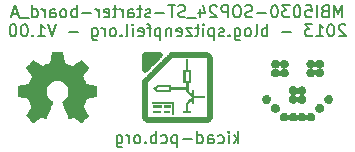
<source format=gbo>
G04 (created by PCBNEW (2013-01-27 BZR 3925)-testing) date Tue 29 Jan 2013 04:50:46 PM CET*
%MOIN*%
G04 Gerber Fmt 3.4, Leading zero omitted, Abs format*
%FSLAX34Y34*%
G01*
G70*
G90*
G04 APERTURE LIST*
%ADD10C,2.3622e-06*%
%ADD11C,0.00787402*%
%ADD12C,0.0001*%
%ADD13R,0.065X0.065*%
%ADD14C,0.065*%
%ADD15R,0.06X0.06*%
%ADD16C,0.06*%
G04 APERTURE END LIST*
G54D10*
G54D11*
X63024Y-47259D02*
X63024Y-46865D01*
X62987Y-47109D02*
X62874Y-47259D01*
X62874Y-46996D02*
X63024Y-47146D01*
X62706Y-47259D02*
X62706Y-46996D01*
X62706Y-46865D02*
X62724Y-46884D01*
X62706Y-46903D01*
X62687Y-46884D01*
X62706Y-46865D01*
X62706Y-46903D01*
X62349Y-47240D02*
X62387Y-47259D01*
X62462Y-47259D01*
X62499Y-47240D01*
X62518Y-47221D01*
X62537Y-47184D01*
X62537Y-47071D01*
X62518Y-47034D01*
X62499Y-47015D01*
X62462Y-46996D01*
X62387Y-46996D01*
X62349Y-47015D01*
X62012Y-47259D02*
X62012Y-47053D01*
X62031Y-47015D01*
X62068Y-46996D01*
X62143Y-46996D01*
X62181Y-47015D01*
X62012Y-47240D02*
X62049Y-47259D01*
X62143Y-47259D01*
X62181Y-47240D01*
X62199Y-47203D01*
X62199Y-47165D01*
X62181Y-47128D01*
X62143Y-47109D01*
X62049Y-47109D01*
X62012Y-47090D01*
X61656Y-47259D02*
X61656Y-46865D01*
X61656Y-47240D02*
X61693Y-47259D01*
X61768Y-47259D01*
X61806Y-47240D01*
X61824Y-47221D01*
X61843Y-47184D01*
X61843Y-47071D01*
X61824Y-47034D01*
X61806Y-47015D01*
X61768Y-46996D01*
X61693Y-46996D01*
X61656Y-47015D01*
X61468Y-47109D02*
X61168Y-47109D01*
X60981Y-46996D02*
X60981Y-47390D01*
X60981Y-47015D02*
X60943Y-46996D01*
X60868Y-46996D01*
X60831Y-47015D01*
X60812Y-47034D01*
X60793Y-47071D01*
X60793Y-47184D01*
X60812Y-47221D01*
X60831Y-47240D01*
X60868Y-47259D01*
X60943Y-47259D01*
X60981Y-47240D01*
X60456Y-47240D02*
X60493Y-47259D01*
X60568Y-47259D01*
X60606Y-47240D01*
X60625Y-47221D01*
X60643Y-47184D01*
X60643Y-47071D01*
X60625Y-47034D01*
X60606Y-47015D01*
X60568Y-46996D01*
X60493Y-46996D01*
X60456Y-47015D01*
X60287Y-47259D02*
X60287Y-46865D01*
X60287Y-47015D02*
X60250Y-46996D01*
X60175Y-46996D01*
X60137Y-47015D01*
X60118Y-47034D01*
X60100Y-47071D01*
X60100Y-47184D01*
X60118Y-47221D01*
X60137Y-47240D01*
X60175Y-47259D01*
X60250Y-47259D01*
X60287Y-47240D01*
X59931Y-47221D02*
X59912Y-47240D01*
X59931Y-47259D01*
X59950Y-47240D01*
X59931Y-47221D01*
X59931Y-47259D01*
X59687Y-47259D02*
X59725Y-47240D01*
X59743Y-47221D01*
X59762Y-47184D01*
X59762Y-47071D01*
X59743Y-47034D01*
X59725Y-47015D01*
X59687Y-46996D01*
X59631Y-46996D01*
X59593Y-47015D01*
X59575Y-47034D01*
X59556Y-47071D01*
X59556Y-47184D01*
X59575Y-47221D01*
X59593Y-47240D01*
X59631Y-47259D01*
X59687Y-47259D01*
X59387Y-47259D02*
X59387Y-46996D01*
X59387Y-47071D02*
X59368Y-47034D01*
X59350Y-47015D01*
X59312Y-46996D01*
X59275Y-46996D01*
X58975Y-46996D02*
X58975Y-47315D01*
X58994Y-47353D01*
X59012Y-47371D01*
X59050Y-47390D01*
X59106Y-47390D01*
X59143Y-47371D01*
X58975Y-47240D02*
X59012Y-47259D01*
X59087Y-47259D01*
X59125Y-47240D01*
X59143Y-47221D01*
X59162Y-47184D01*
X59162Y-47071D01*
X59143Y-47034D01*
X59125Y-47015D01*
X59087Y-46996D01*
X59012Y-46996D01*
X58975Y-47015D01*
X66483Y-43059D02*
X66483Y-42665D01*
X66352Y-42946D01*
X66221Y-42665D01*
X66221Y-43059D01*
X65902Y-42853D02*
X65846Y-42871D01*
X65827Y-42890D01*
X65808Y-42928D01*
X65808Y-42984D01*
X65827Y-43021D01*
X65846Y-43040D01*
X65883Y-43059D01*
X66033Y-43059D01*
X66033Y-42665D01*
X65902Y-42665D01*
X65865Y-42684D01*
X65846Y-42703D01*
X65827Y-42740D01*
X65827Y-42778D01*
X65846Y-42815D01*
X65865Y-42834D01*
X65902Y-42853D01*
X66033Y-42853D01*
X65640Y-43059D02*
X65640Y-42665D01*
X65265Y-42665D02*
X65452Y-42665D01*
X65471Y-42853D01*
X65452Y-42834D01*
X65415Y-42815D01*
X65321Y-42815D01*
X65283Y-42834D01*
X65265Y-42853D01*
X65246Y-42890D01*
X65246Y-42984D01*
X65265Y-43021D01*
X65283Y-43040D01*
X65321Y-43059D01*
X65415Y-43059D01*
X65452Y-43040D01*
X65471Y-43021D01*
X65002Y-42665D02*
X64965Y-42665D01*
X64927Y-42684D01*
X64908Y-42703D01*
X64890Y-42740D01*
X64871Y-42815D01*
X64871Y-42909D01*
X64890Y-42984D01*
X64908Y-43021D01*
X64927Y-43040D01*
X64965Y-43059D01*
X65002Y-43059D01*
X65040Y-43040D01*
X65058Y-43021D01*
X65077Y-42984D01*
X65096Y-42909D01*
X65096Y-42815D01*
X65077Y-42740D01*
X65058Y-42703D01*
X65040Y-42684D01*
X65002Y-42665D01*
X64740Y-42665D02*
X64496Y-42665D01*
X64627Y-42815D01*
X64571Y-42815D01*
X64533Y-42834D01*
X64515Y-42853D01*
X64496Y-42890D01*
X64496Y-42984D01*
X64515Y-43021D01*
X64533Y-43040D01*
X64571Y-43059D01*
X64683Y-43059D01*
X64721Y-43040D01*
X64740Y-43021D01*
X64252Y-42665D02*
X64215Y-42665D01*
X64177Y-42684D01*
X64158Y-42703D01*
X64140Y-42740D01*
X64121Y-42815D01*
X64121Y-42909D01*
X64140Y-42984D01*
X64158Y-43021D01*
X64177Y-43040D01*
X64215Y-43059D01*
X64252Y-43059D01*
X64290Y-43040D01*
X64308Y-43021D01*
X64327Y-42984D01*
X64346Y-42909D01*
X64346Y-42815D01*
X64327Y-42740D01*
X64308Y-42703D01*
X64290Y-42684D01*
X64252Y-42665D01*
X63952Y-42909D02*
X63652Y-42909D01*
X63484Y-43040D02*
X63427Y-43059D01*
X63334Y-43059D01*
X63296Y-43040D01*
X63277Y-43021D01*
X63259Y-42984D01*
X63259Y-42946D01*
X63277Y-42909D01*
X63296Y-42890D01*
X63334Y-42871D01*
X63409Y-42853D01*
X63446Y-42834D01*
X63465Y-42815D01*
X63484Y-42778D01*
X63484Y-42740D01*
X63465Y-42703D01*
X63446Y-42684D01*
X63409Y-42665D01*
X63315Y-42665D01*
X63259Y-42684D01*
X63015Y-42665D02*
X62940Y-42665D01*
X62902Y-42684D01*
X62865Y-42721D01*
X62846Y-42796D01*
X62846Y-42928D01*
X62865Y-43003D01*
X62902Y-43040D01*
X62940Y-43059D01*
X63015Y-43059D01*
X63052Y-43040D01*
X63090Y-43003D01*
X63109Y-42928D01*
X63109Y-42796D01*
X63090Y-42721D01*
X63052Y-42684D01*
X63015Y-42665D01*
X62677Y-43059D02*
X62677Y-42665D01*
X62527Y-42665D01*
X62490Y-42684D01*
X62471Y-42703D01*
X62452Y-42740D01*
X62452Y-42796D01*
X62471Y-42834D01*
X62490Y-42853D01*
X62527Y-42871D01*
X62677Y-42871D01*
X62302Y-42703D02*
X62284Y-42684D01*
X62246Y-42665D01*
X62152Y-42665D01*
X62115Y-42684D01*
X62096Y-42703D01*
X62077Y-42740D01*
X62077Y-42778D01*
X62096Y-42834D01*
X62321Y-43059D01*
X62077Y-43059D01*
X61740Y-42796D02*
X61740Y-43059D01*
X61834Y-42646D02*
X61928Y-42928D01*
X61684Y-42928D01*
X61628Y-43096D02*
X61328Y-43096D01*
X61253Y-43040D02*
X61196Y-43059D01*
X61103Y-43059D01*
X61065Y-43040D01*
X61046Y-43021D01*
X61028Y-42984D01*
X61028Y-42946D01*
X61046Y-42909D01*
X61065Y-42890D01*
X61103Y-42871D01*
X61178Y-42853D01*
X61215Y-42834D01*
X61234Y-42815D01*
X61253Y-42778D01*
X61253Y-42740D01*
X61234Y-42703D01*
X61215Y-42684D01*
X61178Y-42665D01*
X61084Y-42665D01*
X61028Y-42684D01*
X60915Y-42665D02*
X60690Y-42665D01*
X60803Y-43059D02*
X60803Y-42665D01*
X60559Y-42909D02*
X60259Y-42909D01*
X60090Y-43040D02*
X60053Y-43059D01*
X59978Y-43059D01*
X59940Y-43040D01*
X59922Y-43003D01*
X59922Y-42984D01*
X59940Y-42946D01*
X59978Y-42928D01*
X60034Y-42928D01*
X60071Y-42909D01*
X60090Y-42871D01*
X60090Y-42853D01*
X60071Y-42815D01*
X60034Y-42796D01*
X59978Y-42796D01*
X59940Y-42815D01*
X59809Y-42796D02*
X59659Y-42796D01*
X59753Y-42665D02*
X59753Y-43003D01*
X59734Y-43040D01*
X59697Y-43059D01*
X59659Y-43059D01*
X59359Y-43059D02*
X59359Y-42853D01*
X59378Y-42815D01*
X59415Y-42796D01*
X59490Y-42796D01*
X59528Y-42815D01*
X59359Y-43040D02*
X59397Y-43059D01*
X59490Y-43059D01*
X59528Y-43040D01*
X59547Y-43003D01*
X59547Y-42965D01*
X59528Y-42928D01*
X59490Y-42909D01*
X59397Y-42909D01*
X59359Y-42890D01*
X59172Y-43059D02*
X59172Y-42796D01*
X59172Y-42871D02*
X59153Y-42834D01*
X59134Y-42815D01*
X59097Y-42796D01*
X59059Y-42796D01*
X58984Y-42796D02*
X58834Y-42796D01*
X58928Y-42665D02*
X58928Y-43003D01*
X58909Y-43040D01*
X58872Y-43059D01*
X58834Y-43059D01*
X58553Y-43040D02*
X58590Y-43059D01*
X58665Y-43059D01*
X58703Y-43040D01*
X58722Y-43003D01*
X58722Y-42853D01*
X58703Y-42815D01*
X58665Y-42796D01*
X58590Y-42796D01*
X58553Y-42815D01*
X58534Y-42853D01*
X58534Y-42890D01*
X58722Y-42928D01*
X58365Y-43059D02*
X58365Y-42796D01*
X58365Y-42871D02*
X58347Y-42834D01*
X58328Y-42815D01*
X58290Y-42796D01*
X58253Y-42796D01*
X58122Y-42909D02*
X57822Y-42909D01*
X57634Y-43059D02*
X57634Y-42665D01*
X57634Y-42815D02*
X57597Y-42796D01*
X57522Y-42796D01*
X57484Y-42815D01*
X57466Y-42834D01*
X57447Y-42871D01*
X57447Y-42984D01*
X57466Y-43021D01*
X57484Y-43040D01*
X57522Y-43059D01*
X57597Y-43059D01*
X57634Y-43040D01*
X57222Y-43059D02*
X57259Y-43040D01*
X57278Y-43021D01*
X57297Y-42984D01*
X57297Y-42871D01*
X57278Y-42834D01*
X57259Y-42815D01*
X57222Y-42796D01*
X57166Y-42796D01*
X57128Y-42815D01*
X57109Y-42834D01*
X57091Y-42871D01*
X57091Y-42984D01*
X57109Y-43021D01*
X57128Y-43040D01*
X57166Y-43059D01*
X57222Y-43059D01*
X56753Y-43059D02*
X56753Y-42853D01*
X56772Y-42815D01*
X56809Y-42796D01*
X56884Y-42796D01*
X56922Y-42815D01*
X56753Y-43040D02*
X56791Y-43059D01*
X56884Y-43059D01*
X56922Y-43040D01*
X56941Y-43003D01*
X56941Y-42965D01*
X56922Y-42928D01*
X56884Y-42909D01*
X56791Y-42909D01*
X56753Y-42890D01*
X56566Y-43059D02*
X56566Y-42796D01*
X56566Y-42871D02*
X56547Y-42834D01*
X56528Y-42815D01*
X56491Y-42796D01*
X56453Y-42796D01*
X56153Y-43059D02*
X56153Y-42665D01*
X56153Y-43040D02*
X56191Y-43059D01*
X56266Y-43059D01*
X56303Y-43040D01*
X56322Y-43021D01*
X56341Y-42984D01*
X56341Y-42871D01*
X56322Y-42834D01*
X56303Y-42815D01*
X56266Y-42796D01*
X56191Y-42796D01*
X56153Y-42815D01*
X56059Y-43096D02*
X55760Y-43096D01*
X55685Y-42946D02*
X55497Y-42946D01*
X55722Y-43059D02*
X55591Y-42665D01*
X55460Y-43059D01*
X66596Y-43333D02*
X66577Y-43314D01*
X66539Y-43295D01*
X66446Y-43295D01*
X66408Y-43314D01*
X66389Y-43333D01*
X66371Y-43370D01*
X66371Y-43408D01*
X66389Y-43464D01*
X66614Y-43689D01*
X66371Y-43689D01*
X66127Y-43295D02*
X66089Y-43295D01*
X66052Y-43314D01*
X66033Y-43333D01*
X66014Y-43370D01*
X65996Y-43445D01*
X65996Y-43539D01*
X66014Y-43614D01*
X66033Y-43651D01*
X66052Y-43670D01*
X66089Y-43689D01*
X66127Y-43689D01*
X66164Y-43670D01*
X66183Y-43651D01*
X66202Y-43614D01*
X66221Y-43539D01*
X66221Y-43445D01*
X66202Y-43370D01*
X66183Y-43333D01*
X66164Y-43314D01*
X66127Y-43295D01*
X65621Y-43689D02*
X65846Y-43689D01*
X65733Y-43689D02*
X65733Y-43295D01*
X65771Y-43351D01*
X65808Y-43389D01*
X65846Y-43408D01*
X65490Y-43295D02*
X65246Y-43295D01*
X65377Y-43445D01*
X65321Y-43445D01*
X65283Y-43464D01*
X65265Y-43483D01*
X65246Y-43520D01*
X65246Y-43614D01*
X65265Y-43651D01*
X65283Y-43670D01*
X65321Y-43689D01*
X65433Y-43689D01*
X65471Y-43670D01*
X65490Y-43651D01*
X64777Y-43539D02*
X64477Y-43539D01*
X63990Y-43689D02*
X63990Y-43295D01*
X63990Y-43445D02*
X63952Y-43426D01*
X63877Y-43426D01*
X63840Y-43445D01*
X63821Y-43464D01*
X63802Y-43501D01*
X63802Y-43614D01*
X63821Y-43651D01*
X63840Y-43670D01*
X63877Y-43689D01*
X63952Y-43689D01*
X63990Y-43670D01*
X63577Y-43689D02*
X63615Y-43670D01*
X63634Y-43633D01*
X63634Y-43295D01*
X63371Y-43689D02*
X63409Y-43670D01*
X63427Y-43651D01*
X63446Y-43614D01*
X63446Y-43501D01*
X63427Y-43464D01*
X63409Y-43445D01*
X63371Y-43426D01*
X63315Y-43426D01*
X63277Y-43445D01*
X63259Y-43464D01*
X63240Y-43501D01*
X63240Y-43614D01*
X63259Y-43651D01*
X63277Y-43670D01*
X63315Y-43689D01*
X63371Y-43689D01*
X62902Y-43426D02*
X62902Y-43745D01*
X62921Y-43783D01*
X62940Y-43801D01*
X62977Y-43820D01*
X63034Y-43820D01*
X63071Y-43801D01*
X62902Y-43670D02*
X62940Y-43689D01*
X63015Y-43689D01*
X63052Y-43670D01*
X63071Y-43651D01*
X63090Y-43614D01*
X63090Y-43501D01*
X63071Y-43464D01*
X63052Y-43445D01*
X63015Y-43426D01*
X62940Y-43426D01*
X62902Y-43445D01*
X62715Y-43651D02*
X62696Y-43670D01*
X62715Y-43689D01*
X62734Y-43670D01*
X62715Y-43651D01*
X62715Y-43689D01*
X62546Y-43670D02*
X62509Y-43689D01*
X62434Y-43689D01*
X62396Y-43670D01*
X62377Y-43633D01*
X62377Y-43614D01*
X62396Y-43576D01*
X62434Y-43558D01*
X62490Y-43558D01*
X62527Y-43539D01*
X62546Y-43501D01*
X62546Y-43483D01*
X62527Y-43445D01*
X62490Y-43426D01*
X62434Y-43426D01*
X62396Y-43445D01*
X62209Y-43426D02*
X62209Y-43820D01*
X62209Y-43445D02*
X62171Y-43426D01*
X62096Y-43426D01*
X62059Y-43445D01*
X62040Y-43464D01*
X62021Y-43501D01*
X62021Y-43614D01*
X62040Y-43651D01*
X62059Y-43670D01*
X62096Y-43689D01*
X62171Y-43689D01*
X62209Y-43670D01*
X61853Y-43689D02*
X61853Y-43426D01*
X61853Y-43295D02*
X61871Y-43314D01*
X61853Y-43333D01*
X61834Y-43314D01*
X61853Y-43295D01*
X61853Y-43333D01*
X61721Y-43426D02*
X61571Y-43426D01*
X61665Y-43295D02*
X61665Y-43633D01*
X61646Y-43670D01*
X61609Y-43689D01*
X61571Y-43689D01*
X61478Y-43426D02*
X61271Y-43426D01*
X61478Y-43689D01*
X61271Y-43689D01*
X60971Y-43670D02*
X61009Y-43689D01*
X61084Y-43689D01*
X61121Y-43670D01*
X61140Y-43633D01*
X61140Y-43483D01*
X61121Y-43445D01*
X61084Y-43426D01*
X61009Y-43426D01*
X60971Y-43445D01*
X60953Y-43483D01*
X60953Y-43520D01*
X61140Y-43558D01*
X60784Y-43426D02*
X60784Y-43689D01*
X60784Y-43464D02*
X60765Y-43445D01*
X60728Y-43426D01*
X60671Y-43426D01*
X60634Y-43445D01*
X60615Y-43483D01*
X60615Y-43689D01*
X60428Y-43426D02*
X60428Y-43820D01*
X60428Y-43445D02*
X60390Y-43426D01*
X60315Y-43426D01*
X60278Y-43445D01*
X60259Y-43464D01*
X60240Y-43501D01*
X60240Y-43614D01*
X60259Y-43651D01*
X60278Y-43670D01*
X60315Y-43689D01*
X60390Y-43689D01*
X60428Y-43670D01*
X60128Y-43426D02*
X59978Y-43426D01*
X60071Y-43689D02*
X60071Y-43351D01*
X60053Y-43314D01*
X60015Y-43295D01*
X59978Y-43295D01*
X59697Y-43670D02*
X59734Y-43689D01*
X59809Y-43689D01*
X59847Y-43670D01*
X59865Y-43633D01*
X59865Y-43483D01*
X59847Y-43445D01*
X59809Y-43426D01*
X59734Y-43426D01*
X59697Y-43445D01*
X59678Y-43483D01*
X59678Y-43520D01*
X59865Y-43558D01*
X59509Y-43689D02*
X59509Y-43426D01*
X59509Y-43295D02*
X59528Y-43314D01*
X59509Y-43333D01*
X59490Y-43314D01*
X59509Y-43295D01*
X59509Y-43333D01*
X59265Y-43689D02*
X59303Y-43670D01*
X59322Y-43633D01*
X59322Y-43295D01*
X59115Y-43651D02*
X59097Y-43670D01*
X59115Y-43689D01*
X59134Y-43670D01*
X59115Y-43651D01*
X59115Y-43689D01*
X58872Y-43689D02*
X58909Y-43670D01*
X58928Y-43651D01*
X58947Y-43614D01*
X58947Y-43501D01*
X58928Y-43464D01*
X58909Y-43445D01*
X58872Y-43426D01*
X58815Y-43426D01*
X58778Y-43445D01*
X58759Y-43464D01*
X58740Y-43501D01*
X58740Y-43614D01*
X58759Y-43651D01*
X58778Y-43670D01*
X58815Y-43689D01*
X58872Y-43689D01*
X58572Y-43689D02*
X58572Y-43426D01*
X58572Y-43501D02*
X58553Y-43464D01*
X58534Y-43445D01*
X58497Y-43426D01*
X58459Y-43426D01*
X58159Y-43426D02*
X58159Y-43745D01*
X58178Y-43783D01*
X58197Y-43801D01*
X58234Y-43820D01*
X58290Y-43820D01*
X58328Y-43801D01*
X58159Y-43670D02*
X58197Y-43689D01*
X58272Y-43689D01*
X58309Y-43670D01*
X58328Y-43651D01*
X58347Y-43614D01*
X58347Y-43501D01*
X58328Y-43464D01*
X58309Y-43445D01*
X58272Y-43426D01*
X58197Y-43426D01*
X58159Y-43445D01*
X57672Y-43539D02*
X57372Y-43539D01*
X56941Y-43295D02*
X56809Y-43689D01*
X56678Y-43295D01*
X56341Y-43689D02*
X56566Y-43689D01*
X56453Y-43689D02*
X56453Y-43295D01*
X56491Y-43351D01*
X56528Y-43389D01*
X56566Y-43408D01*
X56172Y-43651D02*
X56153Y-43670D01*
X56172Y-43689D01*
X56191Y-43670D01*
X56172Y-43651D01*
X56172Y-43689D01*
X55910Y-43295D02*
X55872Y-43295D01*
X55835Y-43314D01*
X55816Y-43333D01*
X55797Y-43370D01*
X55778Y-43445D01*
X55778Y-43539D01*
X55797Y-43614D01*
X55816Y-43651D01*
X55835Y-43670D01*
X55872Y-43689D01*
X55910Y-43689D01*
X55947Y-43670D01*
X55966Y-43651D01*
X55985Y-43614D01*
X56003Y-43539D01*
X56003Y-43445D01*
X55985Y-43370D01*
X55966Y-43333D01*
X55947Y-43314D01*
X55910Y-43295D01*
X55535Y-43295D02*
X55497Y-43295D01*
X55460Y-43314D01*
X55441Y-43333D01*
X55422Y-43370D01*
X55403Y-43445D01*
X55403Y-43539D01*
X55422Y-43614D01*
X55441Y-43651D01*
X55460Y-43670D01*
X55497Y-43689D01*
X55535Y-43689D01*
X55572Y-43670D01*
X55591Y-43651D01*
X55610Y-43614D01*
X55628Y-43539D01*
X55628Y-43445D01*
X55610Y-43370D01*
X55591Y-43333D01*
X55572Y-43314D01*
X55535Y-43295D01*
G54D12*
G36*
X64554Y-46533D02*
X64524Y-46529D01*
X64497Y-46520D01*
X64485Y-46514D01*
X64460Y-46496D01*
X64440Y-46475D01*
X64425Y-46450D01*
X64415Y-46423D01*
X64410Y-46394D01*
X64411Y-46365D01*
X64418Y-46336D01*
X64431Y-46308D01*
X64440Y-46296D01*
X64452Y-46283D01*
X64466Y-46270D01*
X64478Y-46261D01*
X64482Y-46258D01*
X64508Y-46246D01*
X64534Y-46240D01*
X64564Y-46239D01*
X64574Y-46239D01*
X64590Y-46241D01*
X64604Y-46245D01*
X64620Y-46252D01*
X64637Y-46261D01*
X64661Y-46280D01*
X64680Y-46304D01*
X64695Y-46331D01*
X64699Y-46343D01*
X64703Y-46358D01*
X64705Y-46369D01*
X64705Y-46371D01*
X64705Y-46371D01*
X64706Y-46365D01*
X64706Y-46364D01*
X64711Y-46345D01*
X64718Y-46326D01*
X64727Y-46309D01*
X64743Y-46287D01*
X64766Y-46266D01*
X64792Y-46251D01*
X64821Y-46241D01*
X64852Y-46238D01*
X64860Y-46238D01*
X64883Y-46241D01*
X64906Y-46247D01*
X64910Y-46249D01*
X64935Y-46263D01*
X64957Y-46281D01*
X64976Y-46304D01*
X64989Y-46328D01*
X64997Y-46355D01*
X64998Y-46356D01*
X64999Y-46363D01*
X65000Y-46366D01*
X65000Y-46366D01*
X65001Y-46362D01*
X65003Y-46355D01*
X65003Y-46352D01*
X65012Y-46326D01*
X65026Y-46301D01*
X65045Y-46279D01*
X65063Y-46264D01*
X65088Y-46250D01*
X65117Y-46241D01*
X65148Y-46238D01*
X65170Y-46240D01*
X65199Y-46247D01*
X65226Y-46261D01*
X65250Y-46279D01*
X65269Y-46303D01*
X65272Y-46306D01*
X65278Y-46317D01*
X65283Y-46326D01*
X65285Y-46333D01*
X65290Y-46346D01*
X65293Y-46359D01*
X65294Y-46369D01*
X65294Y-46371D01*
X65295Y-46371D01*
X65296Y-46364D01*
X65299Y-46348D01*
X65307Y-46328D01*
X65315Y-46310D01*
X65333Y-46286D01*
X65356Y-46266D01*
X65382Y-46251D01*
X65411Y-46241D01*
X65441Y-46238D01*
X65469Y-46240D01*
X65498Y-46248D01*
X65524Y-46263D01*
X65548Y-46283D01*
X65560Y-46296D01*
X65571Y-46312D01*
X65580Y-46331D01*
X65585Y-46346D01*
X65590Y-46376D01*
X65589Y-46405D01*
X65583Y-46432D01*
X65571Y-46458D01*
X65555Y-46481D01*
X65535Y-46501D01*
X65511Y-46517D01*
X65484Y-46527D01*
X65454Y-46532D01*
X65451Y-46533D01*
X65421Y-46532D01*
X65393Y-46525D01*
X65366Y-46512D01*
X65356Y-46505D01*
X65337Y-46488D01*
X65319Y-46467D01*
X65307Y-46445D01*
X65304Y-46437D01*
X65300Y-46424D01*
X65297Y-46411D01*
X65295Y-46401D01*
X65295Y-46395D01*
X65294Y-46401D01*
X65294Y-46406D01*
X65291Y-46419D01*
X65287Y-46434D01*
X65282Y-46446D01*
X65275Y-46460D01*
X65257Y-46484D01*
X65234Y-46504D01*
X65208Y-46520D01*
X65179Y-46530D01*
X65174Y-46531D01*
X65154Y-46533D01*
X65132Y-46532D01*
X65113Y-46529D01*
X65093Y-46523D01*
X65066Y-46509D01*
X65041Y-46489D01*
X65040Y-46487D01*
X65023Y-46466D01*
X65010Y-46441D01*
X65003Y-46416D01*
X65002Y-46415D01*
X65001Y-46408D01*
X65000Y-46405D01*
X64999Y-46407D01*
X64998Y-46413D01*
X64998Y-46415D01*
X64994Y-46430D01*
X64987Y-46447D01*
X64978Y-46463D01*
X64965Y-46481D01*
X64943Y-46502D01*
X64917Y-46518D01*
X64888Y-46529D01*
X64883Y-46530D01*
X64863Y-46532D01*
X64841Y-46532D01*
X64822Y-46530D01*
X64806Y-46525D01*
X64778Y-46513D01*
X64754Y-46495D01*
X64733Y-46472D01*
X64718Y-46446D01*
X64715Y-46438D01*
X64710Y-46424D01*
X64707Y-46411D01*
X64706Y-46401D01*
X64706Y-46400D01*
X64705Y-46400D01*
X64704Y-46406D01*
X64704Y-46407D01*
X64700Y-46425D01*
X64692Y-46445D01*
X64684Y-46462D01*
X64680Y-46468D01*
X64661Y-46491D01*
X64637Y-46509D01*
X64612Y-46523D01*
X64584Y-46531D01*
X64554Y-46533D01*
X64554Y-46533D01*
G37*
G36*
X65747Y-46238D02*
X65729Y-46237D01*
X65712Y-46236D01*
X65692Y-46231D01*
X65665Y-46218D01*
X65640Y-46201D01*
X65620Y-46179D01*
X65604Y-46153D01*
X65594Y-46125D01*
X65590Y-46095D01*
X65592Y-46065D01*
X65600Y-46037D01*
X65613Y-46011D01*
X65632Y-45987D01*
X65656Y-45967D01*
X65663Y-45963D01*
X65692Y-45950D01*
X65721Y-45943D01*
X65752Y-45943D01*
X65782Y-45949D01*
X65806Y-45959D01*
X65832Y-45976D01*
X65853Y-45998D01*
X65870Y-46024D01*
X65881Y-46054D01*
X65884Y-46069D01*
X65885Y-46088D01*
X65885Y-46107D01*
X65882Y-46123D01*
X65881Y-46128D01*
X65869Y-46158D01*
X65852Y-46184D01*
X65829Y-46206D01*
X65802Y-46223D01*
X65790Y-46228D01*
X65773Y-46234D01*
X65757Y-46237D01*
X65747Y-46238D01*
X65747Y-46238D01*
G37*
G36*
X64259Y-46238D02*
X64229Y-46234D01*
X64199Y-46224D01*
X64172Y-46207D01*
X64166Y-46202D01*
X64146Y-46181D01*
X64130Y-46155D01*
X64119Y-46126D01*
X64116Y-46111D01*
X64115Y-46092D01*
X64115Y-46073D01*
X64118Y-46058D01*
X64120Y-46051D01*
X64131Y-46021D01*
X64148Y-45996D01*
X64170Y-45975D01*
X64195Y-45959D01*
X64223Y-45948D01*
X64254Y-45943D01*
X64265Y-45942D01*
X64295Y-45946D01*
X64323Y-45955D01*
X64348Y-45970D01*
X64370Y-45989D01*
X64387Y-46012D01*
X64400Y-46038D01*
X64408Y-46066D01*
X64409Y-46097D01*
X64408Y-46115D01*
X64404Y-46131D01*
X64398Y-46148D01*
X64386Y-46171D01*
X64367Y-46194D01*
X64344Y-46213D01*
X64318Y-46227D01*
X64289Y-46235D01*
X64259Y-46238D01*
X64259Y-46238D01*
G37*
G36*
X66041Y-45942D02*
X66020Y-45942D01*
X66002Y-45939D01*
X65981Y-45933D01*
X65954Y-45919D01*
X65929Y-45899D01*
X65913Y-45881D01*
X65898Y-45855D01*
X65889Y-45826D01*
X65887Y-45815D01*
X65886Y-45797D01*
X65886Y-45779D01*
X65888Y-45764D01*
X65891Y-45755D01*
X65902Y-45726D01*
X65919Y-45701D01*
X65941Y-45679D01*
X65968Y-45663D01*
X65978Y-45658D01*
X65997Y-45651D01*
X66016Y-45648D01*
X66038Y-45648D01*
X66052Y-45649D01*
X66068Y-45651D01*
X66083Y-45655D01*
X66099Y-45663D01*
X66108Y-45668D01*
X66133Y-45686D01*
X66153Y-45709D01*
X66169Y-45736D01*
X66178Y-45766D01*
X66179Y-45773D01*
X66181Y-45790D01*
X66180Y-45808D01*
X66178Y-45824D01*
X66176Y-45834D01*
X66164Y-45863D01*
X66147Y-45889D01*
X66126Y-45910D01*
X66099Y-45927D01*
X66070Y-45938D01*
X66061Y-45940D01*
X66041Y-45942D01*
X66041Y-45942D01*
G37*
G36*
X64856Y-45942D02*
X64827Y-45940D01*
X64799Y-45932D01*
X64782Y-45925D01*
X64757Y-45907D01*
X64736Y-45885D01*
X64720Y-45859D01*
X64710Y-45831D01*
X64708Y-45824D01*
X64705Y-45801D01*
X64706Y-45778D01*
X64712Y-45752D01*
X64724Y-45723D01*
X64741Y-45698D01*
X64763Y-45678D01*
X64789Y-45662D01*
X64819Y-45651D01*
X64838Y-45646D01*
X64828Y-45645D01*
X64826Y-45645D01*
X64805Y-45639D01*
X64783Y-45629D01*
X64762Y-45616D01*
X64759Y-45613D01*
X64738Y-45592D01*
X64721Y-45567D01*
X64711Y-45539D01*
X64706Y-45511D01*
X64706Y-45482D01*
X64713Y-45453D01*
X64726Y-45425D01*
X64726Y-45424D01*
X64745Y-45400D01*
X64767Y-45380D01*
X64792Y-45366D01*
X64819Y-45357D01*
X64847Y-45353D01*
X64876Y-45355D01*
X64904Y-45362D01*
X64930Y-45375D01*
X64955Y-45393D01*
X64967Y-45407D01*
X64982Y-45429D01*
X64993Y-45452D01*
X64998Y-45474D01*
X64999Y-45479D01*
X65000Y-45482D01*
X65001Y-45480D01*
X65002Y-45474D01*
X65007Y-45454D01*
X65016Y-45433D01*
X65028Y-45413D01*
X65036Y-45404D01*
X65058Y-45383D01*
X65084Y-45367D01*
X65112Y-45357D01*
X65142Y-45353D01*
X65172Y-45355D01*
X65190Y-45359D01*
X65219Y-45371D01*
X65243Y-45388D01*
X65264Y-45410D01*
X65280Y-45436D01*
X65291Y-45465D01*
X65293Y-45480D01*
X65295Y-45510D01*
X65289Y-45539D01*
X65279Y-45567D01*
X65262Y-45592D01*
X65241Y-45613D01*
X65215Y-45631D01*
X65203Y-45636D01*
X65189Y-45641D01*
X65177Y-45644D01*
X65167Y-45646D01*
X65166Y-45646D01*
X65166Y-45647D01*
X65173Y-45649D01*
X65187Y-45653D01*
X65207Y-45660D01*
X65224Y-45668D01*
X65233Y-45675D01*
X65253Y-45692D01*
X65270Y-45713D01*
X65283Y-45735D01*
X65291Y-45760D01*
X65295Y-45786D01*
X65294Y-45812D01*
X65293Y-45817D01*
X65285Y-45848D01*
X65271Y-45875D01*
X65251Y-45899D01*
X65235Y-45914D01*
X65208Y-45930D01*
X65179Y-45939D01*
X65168Y-45941D01*
X65152Y-45942D01*
X65135Y-45941D01*
X65119Y-45940D01*
X65107Y-45937D01*
X65097Y-45934D01*
X65069Y-45920D01*
X65044Y-45901D01*
X65024Y-45877D01*
X65017Y-45865D01*
X65008Y-45845D01*
X65003Y-45825D01*
X65002Y-45824D01*
X65001Y-45817D01*
X65000Y-45814D01*
X65000Y-45814D01*
X65000Y-45775D01*
X65000Y-45775D01*
X65001Y-45772D01*
X65003Y-45764D01*
X65003Y-45762D01*
X65012Y-45736D01*
X65026Y-45711D01*
X65045Y-45689D01*
X65067Y-45671D01*
X65092Y-45658D01*
X65094Y-45657D01*
X65107Y-45653D01*
X65119Y-45650D01*
X65133Y-45647D01*
X65120Y-45645D01*
X65102Y-45640D01*
X65076Y-45629D01*
X65052Y-45612D01*
X65031Y-45591D01*
X65015Y-45567D01*
X65010Y-45554D01*
X65005Y-45539D01*
X65002Y-45526D01*
X65001Y-45521D01*
X65000Y-45518D01*
X64999Y-45520D01*
X64998Y-45526D01*
X64996Y-45537D01*
X64991Y-45552D01*
X64985Y-45567D01*
X64975Y-45582D01*
X64956Y-45605D01*
X64933Y-45623D01*
X64907Y-45637D01*
X64880Y-45645D01*
X64867Y-45647D01*
X64880Y-45650D01*
X64882Y-45650D01*
X64895Y-45653D01*
X64908Y-45658D01*
X64910Y-45659D01*
X64935Y-45672D01*
X64957Y-45691D01*
X64976Y-45713D01*
X64989Y-45738D01*
X64997Y-45764D01*
X64998Y-45765D01*
X64999Y-45772D01*
X65000Y-45775D01*
X65000Y-45814D01*
X65000Y-45814D01*
X64999Y-45818D01*
X64997Y-45825D01*
X64992Y-45845D01*
X64980Y-45871D01*
X64962Y-45894D01*
X64940Y-45914D01*
X64914Y-45929D01*
X64914Y-45929D01*
X64886Y-45939D01*
X64856Y-45942D01*
X64856Y-45942D01*
G37*
G36*
X63978Y-45942D02*
X63954Y-45942D01*
X63932Y-45938D01*
X63918Y-45934D01*
X63890Y-45921D01*
X63866Y-45903D01*
X63846Y-45881D01*
X63832Y-45855D01*
X63823Y-45826D01*
X63819Y-45795D01*
X63820Y-45783D01*
X63825Y-45752D01*
X63837Y-45724D01*
X63856Y-45697D01*
X63861Y-45692D01*
X63882Y-45674D01*
X63906Y-45660D01*
X63932Y-45651D01*
X63933Y-45651D01*
X63955Y-45648D01*
X63979Y-45648D01*
X64001Y-45651D01*
X64009Y-45653D01*
X64037Y-45665D01*
X64062Y-45682D01*
X64082Y-45702D01*
X64098Y-45727D01*
X64109Y-45753D01*
X64114Y-45782D01*
X64114Y-45812D01*
X64107Y-45842D01*
X64097Y-45864D01*
X64080Y-45889D01*
X64058Y-45911D01*
X64033Y-45927D01*
X64004Y-45938D01*
X64001Y-45939D01*
X63978Y-45942D01*
X63978Y-45942D01*
G37*
G36*
X65438Y-45058D02*
X65409Y-45054D01*
X65380Y-45044D01*
X65367Y-45037D01*
X65354Y-45028D01*
X65340Y-45015D01*
X65325Y-44999D01*
X65309Y-44974D01*
X65299Y-44945D01*
X65297Y-44937D01*
X65295Y-44918D01*
X65295Y-44897D01*
X65298Y-44879D01*
X65306Y-44854D01*
X65319Y-44828D01*
X65337Y-44806D01*
X65340Y-44803D01*
X65354Y-44792D01*
X65370Y-44781D01*
X65385Y-44774D01*
X65390Y-44772D01*
X65402Y-44768D01*
X65414Y-44765D01*
X65423Y-44763D01*
X65428Y-44763D01*
X65422Y-44762D01*
X65415Y-44760D01*
X65406Y-44758D01*
X65395Y-44755D01*
X65373Y-44744D01*
X65351Y-44731D01*
X65334Y-44715D01*
X65331Y-44711D01*
X65313Y-44686D01*
X65301Y-44658D01*
X65295Y-44629D01*
X65295Y-44599D01*
X65296Y-44592D01*
X65305Y-44562D01*
X65318Y-44535D01*
X65339Y-44510D01*
X65357Y-44495D01*
X65382Y-44480D01*
X65411Y-44470D01*
X65417Y-44469D01*
X65436Y-44467D01*
X65457Y-44468D01*
X65476Y-44471D01*
X65493Y-44476D01*
X65520Y-44489D01*
X65544Y-44507D01*
X65563Y-44530D01*
X65578Y-44555D01*
X65587Y-44584D01*
X65588Y-44587D01*
X65590Y-44594D01*
X65591Y-44597D01*
X65592Y-44593D01*
X65592Y-44587D01*
X65595Y-44575D01*
X65600Y-44562D01*
X65605Y-44550D01*
X65610Y-44541D01*
X65628Y-44516D01*
X65650Y-44495D01*
X65676Y-44480D01*
X65705Y-44471D01*
X65737Y-44467D01*
X65761Y-44469D01*
X65789Y-44476D01*
X65815Y-44489D01*
X65830Y-44499D01*
X65852Y-44521D01*
X65868Y-44546D01*
X65880Y-44573D01*
X65885Y-44602D01*
X65885Y-44632D01*
X65878Y-44659D01*
X65866Y-44688D01*
X65848Y-44712D01*
X65826Y-44733D01*
X65799Y-44749D01*
X65769Y-44759D01*
X65752Y-44763D01*
X65762Y-44764D01*
X65768Y-44765D01*
X65792Y-44772D01*
X65815Y-44784D01*
X65837Y-44800D01*
X65854Y-44818D01*
X65864Y-44834D01*
X65874Y-44854D01*
X65881Y-44874D01*
X65884Y-44889D01*
X65885Y-44908D01*
X65885Y-44927D01*
X65882Y-44942D01*
X65877Y-44960D01*
X65863Y-44988D01*
X65844Y-45012D01*
X65821Y-45032D01*
X65794Y-45047D01*
X65763Y-45056D01*
X65755Y-45057D01*
X65737Y-45057D01*
X65718Y-45056D01*
X65701Y-45053D01*
X65689Y-45049D01*
X65661Y-45036D01*
X65637Y-45018D01*
X65617Y-44995D01*
X65602Y-44969D01*
X65593Y-44939D01*
X65592Y-44937D01*
X65591Y-44930D01*
X65590Y-44931D01*
X65590Y-44890D01*
X65591Y-44889D01*
X65592Y-44883D01*
X65593Y-44881D01*
X65598Y-44862D01*
X65607Y-44841D01*
X65619Y-44822D01*
X65628Y-44811D01*
X65651Y-44790D01*
X65678Y-44775D01*
X65708Y-44765D01*
X65722Y-44762D01*
X65712Y-44760D01*
X65703Y-44758D01*
X65694Y-44756D01*
X65688Y-44754D01*
X65661Y-44741D01*
X65637Y-44722D01*
X65617Y-44700D01*
X65603Y-44674D01*
X65593Y-44646D01*
X65592Y-44639D01*
X65590Y-44635D01*
X65589Y-44637D01*
X65587Y-44646D01*
X65587Y-44647D01*
X65582Y-44663D01*
X65575Y-44680D01*
X65566Y-44696D01*
X65558Y-44706D01*
X65545Y-44720D01*
X65530Y-44733D01*
X65516Y-44743D01*
X65515Y-44743D01*
X65492Y-44753D01*
X65468Y-44760D01*
X65458Y-44762D01*
X65470Y-44765D01*
X65496Y-44772D01*
X65522Y-44786D01*
X65546Y-44804D01*
X65565Y-44826D01*
X65569Y-44834D01*
X65576Y-44848D01*
X65583Y-44863D01*
X65587Y-44877D01*
X65588Y-44887D01*
X65588Y-44887D01*
X65590Y-44890D01*
X65590Y-44931D01*
X65589Y-44931D01*
X65588Y-44938D01*
X65586Y-44946D01*
X65583Y-44955D01*
X65577Y-44970D01*
X65562Y-44996D01*
X65543Y-45018D01*
X65520Y-45035D01*
X65494Y-45048D01*
X65467Y-45056D01*
X65438Y-45058D01*
X65438Y-45058D01*
G37*
G36*
X64550Y-45058D02*
X64521Y-45053D01*
X64493Y-45043D01*
X64468Y-45027D01*
X64447Y-45007D01*
X64429Y-44983D01*
X64417Y-44955D01*
X64414Y-44946D01*
X64412Y-44938D01*
X64412Y-44936D01*
X64410Y-44930D01*
X64410Y-44930D01*
X64410Y-44889D01*
X64412Y-44885D01*
X64414Y-44875D01*
X64419Y-44858D01*
X64432Y-44831D01*
X64450Y-44808D01*
X64473Y-44789D01*
X64499Y-44774D01*
X64528Y-44765D01*
X64542Y-44762D01*
X64532Y-44760D01*
X64531Y-44760D01*
X64507Y-44753D01*
X64484Y-44743D01*
X64475Y-44737D01*
X64460Y-44724D01*
X64445Y-44710D01*
X64434Y-44696D01*
X64427Y-44683D01*
X64418Y-44664D01*
X64413Y-44647D01*
X64412Y-44639D01*
X64410Y-44635D01*
X64409Y-44637D01*
X64407Y-44646D01*
X64401Y-44665D01*
X64388Y-44693D01*
X64368Y-44717D01*
X64346Y-44736D01*
X64319Y-44751D01*
X64288Y-44760D01*
X64278Y-44762D01*
X64292Y-44765D01*
X64306Y-44769D01*
X64334Y-44781D01*
X64359Y-44799D01*
X64380Y-44822D01*
X64387Y-44830D01*
X64394Y-44844D01*
X64401Y-44859D01*
X64405Y-44870D01*
X64407Y-44881D01*
X64407Y-44882D01*
X64409Y-44888D01*
X64410Y-44889D01*
X64410Y-44930D01*
X64409Y-44931D01*
X64407Y-44939D01*
X64405Y-44949D01*
X64396Y-44971D01*
X64385Y-44992D01*
X64376Y-45003D01*
X64354Y-45025D01*
X64328Y-45042D01*
X64298Y-45053D01*
X64285Y-45056D01*
X64265Y-45057D01*
X64244Y-45056D01*
X64226Y-45053D01*
X64224Y-45053D01*
X64194Y-45041D01*
X64168Y-45024D01*
X64147Y-45002D01*
X64130Y-44976D01*
X64119Y-44946D01*
X64116Y-44933D01*
X64115Y-44912D01*
X64116Y-44892D01*
X64119Y-44874D01*
X64124Y-44858D01*
X64134Y-44837D01*
X64146Y-44818D01*
X64160Y-44804D01*
X64178Y-44789D01*
X64197Y-44777D01*
X64204Y-44774D01*
X64218Y-44769D01*
X64232Y-44765D01*
X64242Y-44763D01*
X64243Y-44763D01*
X64240Y-44762D01*
X64231Y-44759D01*
X64214Y-44754D01*
X64195Y-44746D01*
X64179Y-44737D01*
X64175Y-44734D01*
X64156Y-44717D01*
X64139Y-44696D01*
X64127Y-44674D01*
X64122Y-44663D01*
X64116Y-44634D01*
X64115Y-44603D01*
X64120Y-44574D01*
X64122Y-44567D01*
X64135Y-44540D01*
X64153Y-44516D01*
X64175Y-44495D01*
X64201Y-44480D01*
X64231Y-44470D01*
X64235Y-44469D01*
X64255Y-44467D01*
X64277Y-44468D01*
X64296Y-44471D01*
X64301Y-44472D01*
X64330Y-44483D01*
X64356Y-44500D01*
X64378Y-44523D01*
X64395Y-44550D01*
X64399Y-44558D01*
X64403Y-44571D01*
X64407Y-44584D01*
X64408Y-44593D01*
X64408Y-44595D01*
X64409Y-44596D01*
X64411Y-44592D01*
X64413Y-44584D01*
X64418Y-44564D01*
X64431Y-44538D01*
X64449Y-44515D01*
X64471Y-44495D01*
X64497Y-44480D01*
X64497Y-44480D01*
X64524Y-44471D01*
X64554Y-44467D01*
X64584Y-44469D01*
X64612Y-44477D01*
X64628Y-44485D01*
X64653Y-44502D01*
X64674Y-44524D01*
X64690Y-44550D01*
X64701Y-44579D01*
X64702Y-44585D01*
X64706Y-44609D01*
X64704Y-44632D01*
X64698Y-44659D01*
X64686Y-44687D01*
X64668Y-44712D01*
X64646Y-44733D01*
X64619Y-44749D01*
X64589Y-44759D01*
X64583Y-44761D01*
X64577Y-44763D01*
X64577Y-44763D01*
X64586Y-44764D01*
X64603Y-44769D01*
X64621Y-44777D01*
X64639Y-44787D01*
X64655Y-44799D01*
X64676Y-44822D01*
X64692Y-44849D01*
X64694Y-44853D01*
X64703Y-44882D01*
X64705Y-44912D01*
X64702Y-44943D01*
X64692Y-44971D01*
X64685Y-44985D01*
X64676Y-44998D01*
X64663Y-45012D01*
X64663Y-45013D01*
X64639Y-45033D01*
X64612Y-45047D01*
X64583Y-45055D01*
X64580Y-45056D01*
X64550Y-45058D01*
X64550Y-45058D01*
G37*
G36*
X59820Y-46375D02*
X59828Y-46401D01*
X59842Y-46439D01*
X59861Y-46474D01*
X59885Y-46504D01*
X59913Y-46530D01*
X59946Y-46551D01*
X59984Y-46568D01*
X59997Y-46572D01*
X60007Y-46575D01*
X60007Y-45795D01*
X60007Y-45242D01*
X60425Y-44825D01*
X60842Y-44407D01*
X61395Y-44407D01*
X61466Y-44407D01*
X61531Y-44407D01*
X61591Y-44407D01*
X61644Y-44407D01*
X61693Y-44407D01*
X61736Y-44407D01*
X61775Y-44408D01*
X61809Y-44408D01*
X61838Y-44408D01*
X61864Y-44408D01*
X61886Y-44408D01*
X61904Y-44409D01*
X61920Y-44409D01*
X61932Y-44409D01*
X61942Y-44410D01*
X61949Y-44410D01*
X61954Y-44411D01*
X61957Y-44411D01*
X61959Y-44411D01*
X61971Y-44419D01*
X61982Y-44431D01*
X61989Y-44443D01*
X61990Y-44447D01*
X61990Y-44457D01*
X61990Y-44473D01*
X61991Y-44495D01*
X61991Y-44521D01*
X61991Y-44553D01*
X61991Y-44589D01*
X61992Y-44629D01*
X61992Y-44673D01*
X61992Y-44721D01*
X61992Y-44772D01*
X61992Y-44826D01*
X61993Y-44883D01*
X61993Y-44943D01*
X61993Y-45004D01*
X61993Y-45068D01*
X61993Y-45133D01*
X61993Y-45199D01*
X61993Y-45266D01*
X61993Y-45333D01*
X61993Y-45400D01*
X61993Y-45468D01*
X61993Y-45536D01*
X61993Y-45603D01*
X61993Y-45669D01*
X61993Y-45734D01*
X61993Y-45797D01*
X61993Y-45858D01*
X61993Y-45918D01*
X61992Y-45975D01*
X61992Y-46029D01*
X61992Y-46080D01*
X61992Y-46128D01*
X61992Y-46172D01*
X61991Y-46212D01*
X61991Y-46248D01*
X61991Y-46279D01*
X61991Y-46306D01*
X61990Y-46327D01*
X61990Y-46343D01*
X61990Y-46353D01*
X61989Y-46357D01*
X61982Y-46369D01*
X61971Y-46380D01*
X61959Y-46388D01*
X61958Y-46389D01*
X61954Y-46389D01*
X61948Y-46390D01*
X61940Y-46390D01*
X61930Y-46390D01*
X61917Y-46391D01*
X61902Y-46391D01*
X61883Y-46391D01*
X61861Y-46391D01*
X61836Y-46391D01*
X61807Y-46392D01*
X61774Y-46392D01*
X61738Y-46392D01*
X61697Y-46392D01*
X61652Y-46392D01*
X61602Y-46392D01*
X61547Y-46392D01*
X61488Y-46393D01*
X61423Y-46393D01*
X61353Y-46393D01*
X61277Y-46393D01*
X61196Y-46393D01*
X61109Y-46393D01*
X61015Y-46393D01*
X61001Y-46393D01*
X60899Y-46393D01*
X60802Y-46393D01*
X60712Y-46393D01*
X60627Y-46393D01*
X60549Y-46393D01*
X60477Y-46393D01*
X60411Y-46392D01*
X60350Y-46392D01*
X60295Y-46392D01*
X60246Y-46392D01*
X60202Y-46392D01*
X60164Y-46391D01*
X60131Y-46391D01*
X60104Y-46391D01*
X60082Y-46391D01*
X60065Y-46390D01*
X60052Y-46390D01*
X60045Y-46390D01*
X60043Y-46389D01*
X60031Y-46382D01*
X60019Y-46371D01*
X60011Y-46359D01*
X60011Y-46357D01*
X60010Y-46353D01*
X60010Y-46347D01*
X60010Y-46339D01*
X60009Y-46328D01*
X60009Y-46315D01*
X60009Y-46298D01*
X60008Y-46279D01*
X60008Y-46256D01*
X60008Y-46228D01*
X60008Y-46197D01*
X60007Y-46162D01*
X60007Y-46122D01*
X60007Y-46077D01*
X60007Y-46026D01*
X60007Y-45971D01*
X60007Y-45910D01*
X60007Y-45842D01*
X60007Y-45795D01*
X60007Y-46575D01*
X60021Y-46580D01*
X60986Y-46580D01*
X61063Y-46580D01*
X61140Y-46580D01*
X61215Y-46580D01*
X61288Y-46580D01*
X61359Y-46580D01*
X61427Y-46580D01*
X61492Y-46580D01*
X61554Y-46580D01*
X61613Y-46580D01*
X61668Y-46580D01*
X61720Y-46580D01*
X61767Y-46580D01*
X61810Y-46579D01*
X61848Y-46579D01*
X61882Y-46579D01*
X61911Y-46579D01*
X61934Y-46579D01*
X61951Y-46579D01*
X61963Y-46578D01*
X61969Y-46578D01*
X61969Y-46578D01*
X62007Y-46571D01*
X62042Y-46557D01*
X62074Y-46539D01*
X62103Y-46515D01*
X62129Y-46488D01*
X62150Y-46456D01*
X62166Y-46420D01*
X62172Y-46401D01*
X62180Y-46375D01*
X62180Y-45400D01*
X62180Y-44425D01*
X62172Y-44399D01*
X62167Y-44383D01*
X62160Y-44366D01*
X62154Y-44351D01*
X62133Y-44318D01*
X62108Y-44289D01*
X62079Y-44265D01*
X62045Y-44245D01*
X62008Y-44230D01*
X62001Y-44228D01*
X61975Y-44220D01*
X61378Y-44220D01*
X60782Y-44220D01*
X60766Y-44228D01*
X60763Y-44229D01*
X60759Y-44232D01*
X60754Y-44236D01*
X60748Y-44242D01*
X60739Y-44250D01*
X60729Y-44260D01*
X60716Y-44272D01*
X60701Y-44286D01*
X60684Y-44303D01*
X60664Y-44322D01*
X60641Y-44344D01*
X60616Y-44370D01*
X60587Y-44398D01*
X60555Y-44430D01*
X60519Y-44465D01*
X60480Y-44505D01*
X60437Y-44548D01*
X60390Y-44595D01*
X60339Y-44646D01*
X60294Y-44691D01*
X60239Y-44745D01*
X60189Y-44796D01*
X60143Y-44842D01*
X60101Y-44884D01*
X60063Y-44922D01*
X60028Y-44957D01*
X59997Y-44988D01*
X59969Y-45016D01*
X59944Y-45041D01*
X59923Y-45063D01*
X59904Y-45082D01*
X59887Y-45099D01*
X59873Y-45114D01*
X59862Y-45126D01*
X59852Y-45136D01*
X59845Y-45145D01*
X59839Y-45151D01*
X59834Y-45157D01*
X59831Y-45161D01*
X59829Y-45164D01*
X59829Y-45164D01*
X59820Y-45182D01*
X59820Y-45778D01*
X59820Y-46375D01*
X59820Y-46375D01*
X59820Y-46375D01*
G37*
G36*
X59819Y-44719D02*
X59819Y-44747D01*
X59819Y-44771D01*
X59820Y-44791D01*
X59820Y-44807D01*
X59821Y-44821D01*
X59822Y-44831D01*
X59823Y-44840D01*
X59825Y-44847D01*
X59827Y-44853D01*
X59829Y-44858D01*
X59832Y-44863D01*
X59834Y-44867D01*
X59837Y-44870D01*
X59851Y-44886D01*
X59869Y-44899D01*
X59891Y-44907D01*
X59913Y-44910D01*
X59927Y-44909D01*
X59940Y-44906D01*
X59952Y-44902D01*
X59954Y-44901D01*
X59958Y-44899D01*
X59964Y-44893D01*
X59973Y-44885D01*
X59986Y-44874D01*
X60001Y-44859D01*
X60020Y-44841D01*
X60042Y-44820D01*
X60068Y-44794D01*
X60098Y-44765D01*
X60131Y-44731D01*
X60169Y-44694D01*
X60211Y-44652D01*
X60227Y-44636D01*
X60261Y-44602D01*
X60294Y-44569D01*
X60326Y-44537D01*
X60355Y-44508D01*
X60383Y-44480D01*
X60408Y-44454D01*
X60431Y-44431D01*
X60451Y-44411D01*
X60467Y-44394D01*
X60480Y-44380D01*
X60489Y-44371D01*
X60494Y-44365D01*
X60495Y-44364D01*
X60504Y-44344D01*
X60509Y-44322D01*
X60508Y-44300D01*
X60503Y-44278D01*
X60500Y-44271D01*
X60491Y-44256D01*
X60477Y-44242D01*
X60460Y-44230D01*
X60455Y-44227D01*
X60440Y-44220D01*
X60175Y-44219D01*
X60127Y-44219D01*
X60085Y-44219D01*
X60048Y-44219D01*
X60016Y-44219D01*
X59990Y-44219D01*
X59967Y-44219D01*
X59948Y-44220D01*
X59933Y-44220D01*
X59921Y-44220D01*
X59911Y-44221D01*
X59903Y-44221D01*
X59898Y-44222D01*
X59893Y-44223D01*
X59892Y-44223D01*
X59870Y-44231D01*
X59852Y-44243D01*
X59838Y-44259D01*
X59827Y-44278D01*
X59825Y-44280D01*
X59825Y-44283D01*
X59824Y-44286D01*
X59823Y-44291D01*
X59822Y-44297D01*
X59822Y-44305D01*
X59821Y-44316D01*
X59821Y-44329D01*
X59821Y-44346D01*
X59820Y-44366D01*
X59820Y-44391D01*
X59820Y-44420D01*
X59820Y-44454D01*
X59820Y-44493D01*
X59819Y-44539D01*
X59819Y-44557D01*
X59819Y-44606D01*
X59819Y-44649D01*
X59819Y-44687D01*
X59819Y-44719D01*
X59819Y-44719D01*
X59819Y-44719D01*
G37*
G36*
X60151Y-45949D02*
X60818Y-45949D01*
X60818Y-46313D01*
X60895Y-46313D01*
X60895Y-45872D01*
X60151Y-45872D01*
X60151Y-45949D01*
X60151Y-45949D01*
X60151Y-45949D01*
G37*
G36*
X60173Y-46252D02*
X60435Y-46252D01*
X60435Y-46176D01*
X60173Y-46176D01*
X60173Y-46252D01*
X60173Y-46252D01*
X60173Y-46252D01*
G37*
G36*
X60184Y-45436D02*
X60187Y-45439D01*
X60193Y-45446D01*
X60204Y-45455D01*
X60217Y-45468D01*
X60233Y-45482D01*
X60250Y-45497D01*
X60256Y-45503D01*
X60299Y-45540D01*
X60299Y-45435D01*
X60302Y-45432D01*
X60308Y-45426D01*
X60317Y-45417D01*
X60328Y-45407D01*
X60330Y-45405D01*
X60360Y-45378D01*
X60535Y-45378D01*
X60710Y-45378D01*
X60710Y-45433D01*
X60710Y-45489D01*
X60534Y-45489D01*
X60359Y-45489D01*
X60329Y-45463D01*
X60318Y-45453D01*
X60308Y-45444D01*
X60302Y-45438D01*
X60299Y-45435D01*
X60299Y-45435D01*
X60299Y-45540D01*
X60328Y-45565D01*
X60557Y-45566D01*
X60787Y-45566D01*
X60787Y-45518D01*
X60787Y-45470D01*
X61038Y-45470D01*
X61290Y-45470D01*
X61290Y-45504D01*
X61290Y-45519D01*
X61291Y-45530D01*
X61292Y-45538D01*
X61295Y-45543D01*
X61297Y-45547D01*
X61301Y-45551D01*
X61308Y-45560D01*
X61319Y-45572D01*
X61333Y-45586D01*
X61349Y-45603D01*
X61367Y-45622D01*
X61385Y-45640D01*
X61466Y-45723D01*
X61452Y-45738D01*
X61447Y-45744D01*
X61438Y-45754D01*
X61425Y-45767D01*
X61410Y-45783D01*
X61394Y-45800D01*
X61376Y-45819D01*
X61364Y-45832D01*
X61346Y-45851D01*
X61329Y-45868D01*
X61315Y-45884D01*
X61303Y-45898D01*
X61294Y-45908D01*
X61288Y-45915D01*
X61286Y-45918D01*
X61286Y-45923D01*
X61286Y-45933D01*
X61285Y-45948D01*
X61285Y-45968D01*
X61284Y-45990D01*
X61284Y-46016D01*
X61284Y-46043D01*
X61284Y-46049D01*
X61284Y-46173D01*
X61233Y-46173D01*
X61182Y-46173D01*
X61182Y-46211D01*
X61182Y-46249D01*
X61316Y-46249D01*
X61450Y-46249D01*
X61450Y-46211D01*
X61450Y-46173D01*
X61405Y-46173D01*
X61360Y-46173D01*
X61361Y-46060D01*
X61361Y-45947D01*
X61420Y-45885D01*
X61480Y-45822D01*
X61481Y-45890D01*
X61482Y-45958D01*
X61520Y-45958D01*
X61558Y-45958D01*
X61558Y-45859D01*
X61558Y-45760D01*
X61742Y-45760D01*
X61926Y-45760D01*
X61926Y-45722D01*
X61926Y-45684D01*
X61742Y-45684D01*
X61558Y-45684D01*
X61558Y-45590D01*
X61558Y-45495D01*
X61520Y-45495D01*
X61482Y-45495D01*
X61482Y-45562D01*
X61482Y-45628D01*
X61424Y-45569D01*
X61367Y-45510D01*
X61367Y-45387D01*
X61367Y-45263D01*
X61412Y-45263D01*
X61456Y-45263D01*
X61456Y-45043D01*
X61456Y-44822D01*
X61408Y-44822D01*
X61360Y-44822D01*
X61360Y-44643D01*
X61360Y-44465D01*
X61322Y-44465D01*
X61284Y-44465D01*
X61284Y-44643D01*
X61284Y-44822D01*
X61236Y-44822D01*
X61188Y-44822D01*
X61188Y-45043D01*
X61188Y-45263D01*
X61239Y-45263D01*
X61265Y-45263D01*
X61265Y-45187D01*
X61265Y-45043D01*
X61265Y-44899D01*
X61322Y-44899D01*
X61380Y-44899D01*
X61380Y-45043D01*
X61380Y-45187D01*
X61322Y-45187D01*
X61265Y-45187D01*
X61265Y-45263D01*
X61290Y-45263D01*
X61290Y-45329D01*
X61290Y-45394D01*
X61038Y-45394D01*
X60787Y-45394D01*
X60787Y-45348D01*
X60787Y-45302D01*
X60557Y-45302D01*
X60328Y-45302D01*
X60256Y-45367D01*
X60238Y-45384D01*
X60222Y-45399D01*
X60208Y-45411D01*
X60197Y-45423D01*
X60189Y-45431D01*
X60185Y-45435D01*
X60184Y-45436D01*
X60184Y-45436D01*
X60184Y-45436D01*
G37*
G36*
X60547Y-46249D02*
X60742Y-46249D01*
X60742Y-46173D01*
X60547Y-46173D01*
X60547Y-46249D01*
X60547Y-46249D01*
X60547Y-46249D01*
G37*
G36*
X60547Y-46067D02*
X60767Y-46067D01*
X60767Y-45990D01*
X60547Y-45990D01*
X60547Y-46067D01*
X60547Y-46067D01*
X60547Y-46067D01*
G37*
G36*
X60173Y-46067D02*
X60486Y-46067D01*
X60486Y-45990D01*
X60173Y-45990D01*
X60173Y-46067D01*
X60173Y-46067D01*
X60173Y-46067D01*
G37*
G36*
X56203Y-46581D02*
X56217Y-46573D01*
X56248Y-46554D01*
X56292Y-46525D01*
X56344Y-46491D01*
X56396Y-46455D01*
X56439Y-46427D01*
X56469Y-46407D01*
X56481Y-46400D01*
X56488Y-46403D01*
X56513Y-46415D01*
X56548Y-46433D01*
X56569Y-46444D01*
X56602Y-46458D01*
X56619Y-46461D01*
X56621Y-46457D01*
X56633Y-46432D01*
X56652Y-46389D01*
X56677Y-46332D01*
X56706Y-46265D01*
X56736Y-46193D01*
X56767Y-46120D01*
X56796Y-46050D01*
X56821Y-45987D01*
X56842Y-45935D01*
X56856Y-45900D01*
X56861Y-45885D01*
X56859Y-45881D01*
X56843Y-45865D01*
X56814Y-45844D01*
X56752Y-45793D01*
X56690Y-45717D01*
X56653Y-45630D01*
X56640Y-45533D01*
X56651Y-45443D01*
X56686Y-45357D01*
X56746Y-45280D01*
X56819Y-45222D01*
X56904Y-45186D01*
X57000Y-45174D01*
X57091Y-45184D01*
X57179Y-45219D01*
X57257Y-45278D01*
X57290Y-45316D01*
X57335Y-45394D01*
X57360Y-45478D01*
X57363Y-45500D01*
X57359Y-45592D01*
X57332Y-45680D01*
X57283Y-45759D01*
X57216Y-45824D01*
X57207Y-45830D01*
X57176Y-45854D01*
X57155Y-45870D01*
X57138Y-45883D01*
X57256Y-46166D01*
X57275Y-46211D01*
X57307Y-46289D01*
X57335Y-46355D01*
X57358Y-46408D01*
X57374Y-46444D01*
X57381Y-46458D01*
X57381Y-46459D01*
X57392Y-46461D01*
X57413Y-46453D01*
X57453Y-46434D01*
X57479Y-46420D01*
X57509Y-46406D01*
X57523Y-46400D01*
X57534Y-46407D01*
X57563Y-46425D01*
X57605Y-46453D01*
X57656Y-46488D01*
X57704Y-46521D01*
X57748Y-46550D01*
X57780Y-46571D01*
X57796Y-46579D01*
X57798Y-46579D01*
X57812Y-46571D01*
X57838Y-46550D01*
X57876Y-46514D01*
X57931Y-46460D01*
X57939Y-46451D01*
X57984Y-46406D01*
X58020Y-46368D01*
X58045Y-46340D01*
X58054Y-46328D01*
X58054Y-46328D01*
X58046Y-46313D01*
X58025Y-46280D01*
X57996Y-46235D01*
X57960Y-46183D01*
X57866Y-46047D01*
X57918Y-45918D01*
X57934Y-45879D01*
X57954Y-45831D01*
X57969Y-45797D01*
X57976Y-45782D01*
X57990Y-45777D01*
X58025Y-45769D01*
X58076Y-45758D01*
X58137Y-45747D01*
X58195Y-45736D01*
X58247Y-45726D01*
X58285Y-45719D01*
X58302Y-45716D01*
X58306Y-45713D01*
X58310Y-45705D01*
X58312Y-45687D01*
X58313Y-45655D01*
X58314Y-45605D01*
X58314Y-45533D01*
X58314Y-45525D01*
X58313Y-45456D01*
X58312Y-45401D01*
X58310Y-45365D01*
X58308Y-45351D01*
X58308Y-45351D01*
X58291Y-45347D01*
X58254Y-45339D01*
X58202Y-45329D01*
X58140Y-45317D01*
X58136Y-45316D01*
X58074Y-45304D01*
X58021Y-45293D01*
X57985Y-45285D01*
X57970Y-45280D01*
X57966Y-45276D01*
X57954Y-45251D01*
X57936Y-45213D01*
X57915Y-45166D01*
X57895Y-45117D01*
X57878Y-45073D01*
X57866Y-45040D01*
X57862Y-45025D01*
X57862Y-45025D01*
X57872Y-45010D01*
X57893Y-44978D01*
X57923Y-44933D01*
X57960Y-44880D01*
X57962Y-44876D01*
X57998Y-44824D01*
X58027Y-44779D01*
X58046Y-44747D01*
X58054Y-44733D01*
X58053Y-44732D01*
X58042Y-44717D01*
X58015Y-44687D01*
X57977Y-44647D01*
X57931Y-44600D01*
X57916Y-44586D01*
X57865Y-44536D01*
X57829Y-44503D01*
X57807Y-44486D01*
X57797Y-44482D01*
X57796Y-44482D01*
X57780Y-44492D01*
X57747Y-44514D01*
X57702Y-44544D01*
X57649Y-44580D01*
X57645Y-44583D01*
X57593Y-44619D01*
X57549Y-44648D01*
X57518Y-44669D01*
X57504Y-44677D01*
X57502Y-44677D01*
X57480Y-44671D01*
X57443Y-44658D01*
X57397Y-44640D01*
X57348Y-44620D01*
X57304Y-44602D01*
X57271Y-44587D01*
X57256Y-44578D01*
X57255Y-44577D01*
X57250Y-44558D01*
X57241Y-44519D01*
X57229Y-44465D01*
X57217Y-44400D01*
X57215Y-44390D01*
X57203Y-44327D01*
X57193Y-44276D01*
X57186Y-44240D01*
X57182Y-44225D01*
X57173Y-44223D01*
X57143Y-44221D01*
X57096Y-44220D01*
X57040Y-44219D01*
X56980Y-44219D01*
X56922Y-44221D01*
X56873Y-44222D01*
X56837Y-44225D01*
X56822Y-44228D01*
X56822Y-44229D01*
X56816Y-44248D01*
X56808Y-44287D01*
X56797Y-44342D01*
X56784Y-44406D01*
X56782Y-44418D01*
X56770Y-44480D01*
X56760Y-44531D01*
X56752Y-44567D01*
X56748Y-44581D01*
X56743Y-44584D01*
X56717Y-44595D01*
X56675Y-44612D01*
X56623Y-44633D01*
X56503Y-44682D01*
X56355Y-44581D01*
X56342Y-44572D01*
X56289Y-44535D01*
X56245Y-44506D01*
X56215Y-44487D01*
X56202Y-44480D01*
X56201Y-44480D01*
X56186Y-44493D01*
X56157Y-44520D01*
X56117Y-44559D01*
X56071Y-44606D01*
X56036Y-44640D01*
X55996Y-44681D01*
X55970Y-44709D01*
X55956Y-44727D01*
X55951Y-44738D01*
X55952Y-44745D01*
X55962Y-44760D01*
X55983Y-44793D01*
X56014Y-44837D01*
X56050Y-44890D01*
X56079Y-44933D01*
X56111Y-44983D01*
X56132Y-45018D01*
X56139Y-45035D01*
X56137Y-45043D01*
X56127Y-45071D01*
X56110Y-45115D01*
X56087Y-45167D01*
X56036Y-45284D01*
X55960Y-45299D01*
X55913Y-45307D01*
X55848Y-45320D01*
X55786Y-45332D01*
X55689Y-45351D01*
X55686Y-45707D01*
X55701Y-45713D01*
X55715Y-45717D01*
X55751Y-45725D01*
X55802Y-45735D01*
X55863Y-45746D01*
X55914Y-45756D01*
X55966Y-45766D01*
X56004Y-45773D01*
X56020Y-45777D01*
X56024Y-45782D01*
X56037Y-45807D01*
X56056Y-45847D01*
X56076Y-45895D01*
X56097Y-45945D01*
X56115Y-45991D01*
X56128Y-46026D01*
X56133Y-46045D01*
X56126Y-46058D01*
X56106Y-46089D01*
X56078Y-46132D01*
X56042Y-46184D01*
X56007Y-46235D01*
X55977Y-46280D01*
X55957Y-46311D01*
X55948Y-46326D01*
X55952Y-46336D01*
X55973Y-46361D01*
X56012Y-46401D01*
X56070Y-46458D01*
X56079Y-46467D01*
X56125Y-46512D01*
X56164Y-46548D01*
X56191Y-46572D01*
X56203Y-46581D01*
X56203Y-46581D01*
G37*
%LPC*%
G54D13*
X55500Y-49000D03*
G54D14*
X56500Y-49000D03*
X57500Y-49000D03*
X58500Y-49000D03*
X59500Y-49000D03*
X60500Y-49000D03*
X61500Y-49000D03*
X62500Y-49000D03*
X63500Y-49000D03*
X64500Y-49000D03*
X65500Y-49000D03*
X66500Y-49000D03*
G54D15*
X55500Y-48000D03*
G54D16*
X56500Y-48000D03*
X57500Y-48000D03*
X58500Y-48000D03*
X59500Y-48000D03*
X60500Y-48000D03*
X61500Y-48000D03*
X62500Y-48000D03*
X63500Y-48000D03*
X64500Y-48000D03*
X65500Y-48000D03*
X66500Y-48000D03*
G54D15*
X55500Y-41000D03*
G54D16*
X56500Y-41000D03*
X57500Y-41000D03*
X58500Y-41000D03*
X59500Y-41000D03*
X60500Y-41000D03*
X61500Y-41000D03*
X62500Y-41000D03*
X63500Y-41000D03*
X64500Y-41000D03*
X65500Y-41000D03*
X66500Y-41000D03*
G54D15*
X55500Y-42000D03*
G54D16*
X56500Y-42000D03*
X57500Y-42000D03*
X58500Y-42000D03*
X59500Y-42000D03*
X60500Y-42000D03*
X61500Y-42000D03*
X62500Y-42000D03*
X63500Y-42000D03*
X64500Y-42000D03*
X65500Y-42000D03*
X66500Y-42000D03*
M02*

</source>
